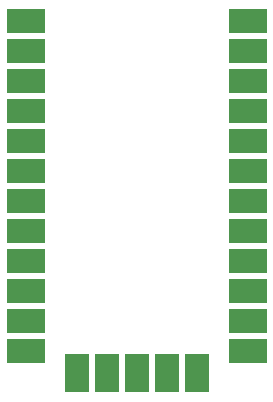
<source format=gtp>
%TF.GenerationSoftware,KiCad,Pcbnew,(5.1.9)-1*%
%TF.CreationDate,2022-03-20T18:04:18-04:00*%
%TF.ProjectId,essence-pcb-rev_1,65737365-6e63-4652-9d70-63622d726576,rev?*%
%TF.SameCoordinates,Original*%
%TF.FileFunction,Paste,Top*%
%TF.FilePolarity,Positive*%
%FSLAX46Y46*%
G04 Gerber Fmt 4.6, Leading zero omitted, Abs format (unit mm)*
G04 Created by KiCad (PCBNEW (5.1.9)-1) date 2022-03-20 18:04:18*
%MOMM*%
%LPD*%
G01*
G04 APERTURE LIST*
%ADD10R,2.000000X3.250000*%
%ADD11R,3.250000X2.000000*%
G04 APERTURE END LIST*
D10*
%TO.C,U1*%
X219392500Y-65087500D03*
X216852500Y-65087500D03*
X214312500Y-65087500D03*
X211772500Y-65087500D03*
X209232500Y-65087500D03*
D11*
X223710500Y-35242500D03*
X223710500Y-37782500D03*
X223710500Y-40322500D03*
X223710500Y-42862500D03*
X223710500Y-45402500D03*
X223710500Y-47942500D03*
X223710500Y-50482500D03*
X223710500Y-53022500D03*
X223710500Y-55562500D03*
X223710500Y-58102500D03*
X223710500Y-60642500D03*
X223710500Y-63182500D03*
X204914500Y-63182500D03*
X204914500Y-60642500D03*
X204914500Y-58102500D03*
X204914500Y-55562500D03*
X204914500Y-53022500D03*
X204914500Y-50482500D03*
X204914500Y-47942500D03*
X204914500Y-45402500D03*
X204914500Y-42862500D03*
X204914500Y-40322500D03*
X204914500Y-37782500D03*
X204914500Y-35242500D03*
%TD*%
M02*

</source>
